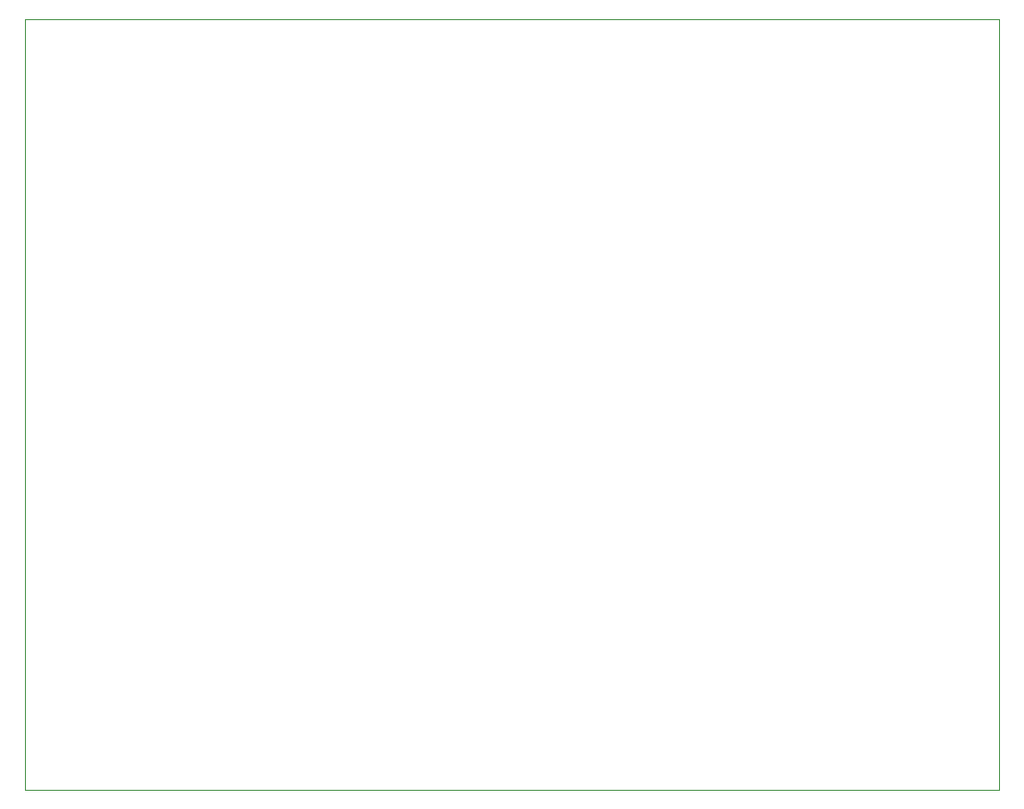
<source format=gm1>
%TF.GenerationSoftware,KiCad,Pcbnew,8.0.3*%
%TF.CreationDate,2025-02-15T10:37:39+01:00*%
%TF.ProjectId,pcb_v0,7063625f-7630-42e6-9b69-6361645f7063,rev?*%
%TF.SameCoordinates,Original*%
%TF.FileFunction,Profile,NP*%
%FSLAX46Y46*%
G04 Gerber Fmt 4.6, Leading zero omitted, Abs format (unit mm)*
G04 Created by KiCad (PCBNEW 8.0.3) date 2025-02-15 10:37:39*
%MOMM*%
%LPD*%
G01*
G04 APERTURE LIST*
%TA.AperFunction,Profile*%
%ADD10C,0.050000*%
%TD*%
G04 APERTURE END LIST*
D10*
X179500000Y-46000000D02*
X265500000Y-46000000D01*
X265500000Y-114000000D01*
X179500000Y-114000000D01*
X179500000Y-46000000D01*
M02*

</source>
